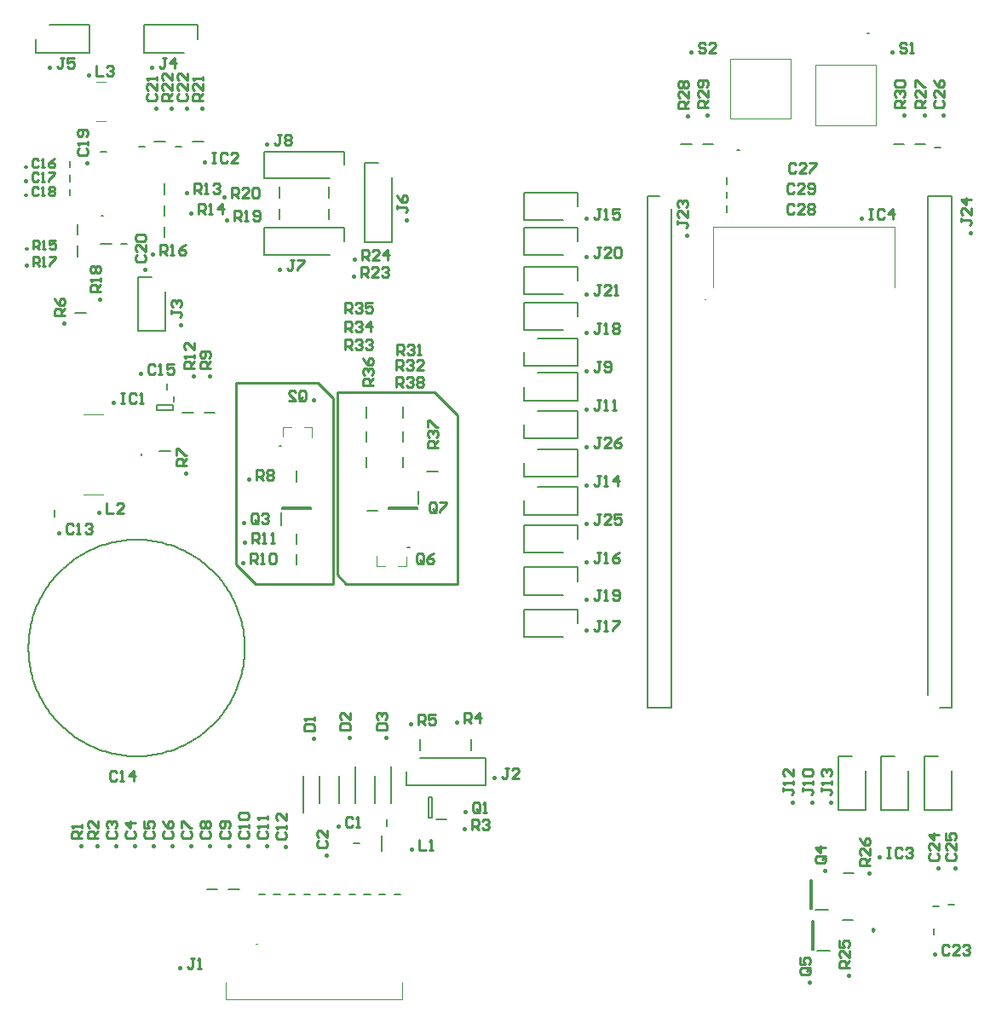
<source format=gto>
G04*
G04 #@! TF.GenerationSoftware,Altium Limited,Altium Designer,21.0.8 (223)*
G04*
G04 Layer_Color=65535*
%FSLAX25Y25*%
%MOIN*%
G70*
G04*
G04 #@! TF.SameCoordinates,39A8B939-FCF9-4CCB-A2C1-C80A2B419B22*
G04*
G04*
G04 #@! TF.FilePolarity,Positive*
G04*
G01*
G75*
%ADD10C,0.00787*%
%ADD11C,0.00394*%
%ADD12C,0.00984*%
%ADD13C,0.01000*%
D10*
X87823Y146343D02*
X87811Y147342D01*
X87776Y148341D01*
X87717Y149339D01*
X87634Y150335D01*
X87528Y151329D01*
X87398Y152321D01*
X87246Y153309D01*
X87069Y154293D01*
X86870Y155272D01*
X86648Y156247D01*
X86402Y157216D01*
X86134Y158179D01*
X85843Y159135D01*
X85530Y160085D01*
X85194Y161026D01*
X84836Y161960D01*
X84456Y162884D01*
X84055Y163800D01*
X83632Y164706D01*
X83187Y165601D01*
X82722Y166486D01*
X82236Y167359D01*
X81729Y168221D01*
X81202Y169071D01*
X80655Y169908D01*
X80089Y170731D01*
X79503Y171542D01*
X78899Y172338D01*
X78275Y173119D01*
X77634Y173886D01*
X76974Y174637D01*
X76297Y175373D01*
X75603Y176092D01*
X74892Y176795D01*
X74164Y177480D01*
X73421Y178149D01*
X72662Y178799D01*
X71888Y179432D01*
X71099Y180046D01*
X70296Y180641D01*
X69479Y181217D01*
X68648Y181774D01*
X67805Y182311D01*
X66949Y182827D01*
X66082Y183324D01*
X65202Y183800D01*
X64312Y184255D01*
X63412Y184688D01*
X62501Y185101D01*
X61581Y185491D01*
X60652Y185860D01*
X59714Y186207D01*
X58768Y186532D01*
X57816Y186834D01*
X56856Y187113D01*
X55890Y187370D01*
X54918Y187604D01*
X53940Y187815D01*
X52959Y188003D01*
X51973Y188168D01*
X50983Y188309D01*
X49990Y188426D01*
X48995Y188521D01*
X47998Y188592D01*
X46999Y188639D01*
X46000Y188662D01*
X45000D01*
X44001Y188639D01*
X43002Y188592D01*
X42005Y188521D01*
X41010Y188426D01*
X40017Y188309D01*
X39027Y188168D01*
X38041Y188003D01*
X37059Y187815D01*
X36082Y187604D01*
X35110Y187370D01*
X34144Y187113D01*
X33184Y186834D01*
X32232Y186532D01*
X31286Y186207D01*
X30348Y185860D01*
X29419Y185491D01*
X28499Y185101D01*
X27588Y184688D01*
X26688Y184255D01*
X25798Y183800D01*
X24918Y183324D01*
X24051Y182827D01*
X23195Y182311D01*
X22352Y181774D01*
X21521Y181217D01*
X20704Y180641D01*
X19901Y180046D01*
X19112Y179432D01*
X18338Y178799D01*
X17579Y178149D01*
X16836Y177480D01*
X16108Y176795D01*
X15397Y176092D01*
X14703Y175373D01*
X14026Y174637D01*
X13366Y173886D01*
X12725Y173119D01*
X12101Y172338D01*
X11497Y171542D01*
X10911Y170731D01*
X10345Y169908D01*
X9798Y169071D01*
X9271Y168221D01*
X8764Y167359D01*
X8278Y166486D01*
X7813Y165601D01*
X7368Y164706D01*
X6945Y163800D01*
X6544Y162884D01*
X6164Y161960D01*
X5806Y161026D01*
X5470Y160085D01*
X5157Y159135D01*
X4866Y158179D01*
X4598Y157216D01*
X4352Y156247D01*
X4130Y155272D01*
X3931Y154293D01*
X3754Y153309D01*
X3602Y152321D01*
X3472Y151330D01*
X3366Y150336D01*
X3283Y149339D01*
X3224Y148341D01*
X3189Y147342D01*
X3177Y146343D01*
X3189Y145343D01*
X3224Y144344D01*
X3283Y143346D01*
X3366Y142350D01*
X3472Y141356D01*
X3602Y140364D01*
X3754Y139376D01*
X3931Y138392D01*
X4130Y137413D01*
X4352Y136438D01*
X4598Y135469D01*
X4866Y134506D01*
X5157Y133550D01*
X5470Y132600D01*
X5806Y131659D01*
X6164Y130725D01*
X6544Y129801D01*
X6945Y128885D01*
X7368Y127980D01*
X7813Y127084D01*
X8278Y126199D01*
X8764Y125326D01*
X9271Y124464D01*
X9798Y123614D01*
X10345Y122777D01*
X10911Y121954D01*
X11497Y121143D01*
X12101Y120347D01*
X12724Y119566D01*
X13366Y118799D01*
X14026Y118048D01*
X14703Y117312D01*
X15397Y116593D01*
X16108Y115891D01*
X16835Y115205D01*
X17579Y114536D01*
X18338Y113886D01*
X19112Y113253D01*
X19901Y112639D01*
X20704Y112044D01*
X21521Y111468D01*
X22351Y110911D01*
X23195Y110374D01*
X24050Y109858D01*
X24918Y109361D01*
X25797Y108886D01*
X26687Y108431D01*
X27588Y107997D01*
X28499Y107585D01*
X29419Y107194D01*
X30348Y106825D01*
X31286Y106478D01*
X32231Y106153D01*
X33184Y105851D01*
X34144Y105572D01*
X35110Y105315D01*
X36082Y105081D01*
X37059Y104870D01*
X38041Y104682D01*
X39027Y104518D01*
X40017Y104376D01*
X41010Y104259D01*
X42005Y104164D01*
X43002Y104094D01*
X44001Y104046D01*
X45000Y104023D01*
X46000D01*
X46999Y104046D01*
X47998Y104094D01*
X48995Y104164D01*
X49990Y104259D01*
X50983Y104376D01*
X51972Y104517D01*
X52959Y104682D01*
X53940Y104870D01*
X54918Y105081D01*
X55889Y105315D01*
X56856Y105572D01*
X57815Y105851D01*
X58768Y106153D01*
X59714Y106478D01*
X60651Y106825D01*
X61581Y107194D01*
X62501Y107584D01*
X63411Y107997D01*
X64312Y108431D01*
X65202Y108885D01*
X66082Y109361D01*
X66949Y109858D01*
X67805Y110374D01*
X68648Y110911D01*
X69479Y111468D01*
X70296Y112044D01*
X71099Y112639D01*
X71888Y113253D01*
X72662Y113886D01*
X73421Y114536D01*
X74164Y115205D01*
X74892Y115890D01*
X75603Y116593D01*
X76297Y117312D01*
X76974Y118048D01*
X77634Y118799D01*
X78275Y119566D01*
X78899Y120347D01*
X79503Y121143D01*
X80089Y121954D01*
X80655Y122777D01*
X81202Y123614D01*
X81729Y124464D01*
X82236Y125326D01*
X82722Y126199D01*
X83187Y127084D01*
X83632Y127979D01*
X84055Y128885D01*
X84456Y129801D01*
X84836Y130725D01*
X85194Y131659D01*
X85530Y132600D01*
X85843Y133550D01*
X86134Y134506D01*
X86402Y135469D01*
X86648Y136438D01*
X86870Y137413D01*
X87069Y138393D01*
X87246Y139377D01*
X87398Y140365D01*
X87528Y141356D01*
X87634Y142350D01*
X87717Y143346D01*
X87776Y144344D01*
X87811Y145343D01*
X87823Y146343D01*
X152327Y185724D02*
X151539D01*
X152327D01*
X332055Y386516D02*
X331268D01*
X332055D01*
X280445Y340984D02*
X281232D01*
X280445D01*
X102201Y225276D02*
X101413D01*
X102201D01*
X47398Y222394D02*
Y221606D01*
Y222394D01*
X32457Y315421D02*
X31669D01*
X32457D01*
X276500Y316819D02*
Y319181D01*
Y322319D02*
Y324681D01*
X159173Y215500D02*
X163307D01*
X149740Y216933D02*
Y221067D01*
Y226933D02*
Y231067D01*
Y236433D02*
Y240567D01*
X155488Y200705D02*
Y201295D01*
X143992Y200705D02*
X155488D01*
X143992D02*
Y201295D01*
X155488D01*
X155665Y202673D02*
Y207594D01*
X135673Y200000D02*
X139807D01*
X135240Y216933D02*
Y221067D01*
Y226933D02*
Y231067D01*
Y236433D02*
Y240567D01*
X354898Y128000D02*
Y323000D01*
X364386D01*
Y123000D02*
Y323000D01*
X359642Y123000D02*
X364386D01*
X276500Y327819D02*
Y330181D01*
X145372Y304893D02*
Y330484D01*
X134782Y304893D02*
X145372D01*
X134782D02*
Y336074D01*
X140077D01*
X101357Y322433D02*
Y326567D01*
X95442Y329908D02*
X121032D01*
X95442D02*
Y340498D01*
X126623D01*
Y335203D02*
Y340498D01*
X95442Y300048D02*
X121032D01*
X95442D02*
Y310639D01*
X126623D01*
Y305343D02*
Y310639D01*
X101357Y313933D02*
Y318067D01*
X120708Y313933D02*
Y318067D01*
Y322433D02*
Y326567D01*
X81433Y52000D02*
X85567D01*
X72933D02*
X77067D01*
X130319Y70000D02*
X132681D01*
X141500Y66850D02*
Y73150D01*
X143500Y76819D02*
Y79181D01*
X162567Y79472D02*
X166701D01*
X161189Y80063D02*
Y87937D01*
X159811D02*
X161189D01*
X159811Y80063D02*
Y87937D01*
Y80063D02*
X161189D01*
X150909Y92594D02*
Y97890D01*
Y92594D02*
X182091D01*
Y103185D01*
X156500D02*
X182091D01*
X176500Y106433D02*
Y110567D01*
X156500Y106433D02*
Y110567D01*
X138850Y85705D02*
Y96295D01*
X145150Y85705D02*
Y100154D01*
X124850Y85705D02*
Y96295D01*
X131150Y85705D02*
Y100154D01*
X117150Y85705D02*
Y96295D01*
X110850Y81846D02*
Y96295D01*
X347543Y83008D02*
Y98500D01*
X336755Y83008D02*
X347543D01*
X336755D02*
Y103992D01*
X342149D01*
X330718Y83008D02*
Y98500D01*
X319931Y83008D02*
X330718D01*
X319931D02*
Y103992D01*
X325324D01*
X266933Y343500D02*
X271067D01*
X258433D02*
X262567D01*
X254744Y123000D02*
Y318000D01*
X245256Y123000D02*
X254744D01*
X245256D02*
Y323000D01*
X250000D01*
X197008Y150606D02*
X212500D01*
X197008D02*
Y161394D01*
X217992D01*
Y156000D02*
Y161394D01*
X197008Y167106D02*
X212500D01*
X197008D02*
Y177894D01*
X217992D01*
Y172500D02*
Y177894D01*
X197008Y183606D02*
X212500D01*
X197008D02*
Y194394D01*
X217992D01*
Y189000D02*
Y194394D01*
X202500Y209269D02*
X217992D01*
Y198481D02*
Y209269D01*
X197008Y198481D02*
X217992D01*
X197008D02*
Y203875D01*
X202500Y224144D02*
X217992D01*
Y213356D02*
Y224144D01*
X197008Y213356D02*
X217992D01*
X197008D02*
Y218750D01*
X202500Y239019D02*
X217992D01*
Y228231D02*
Y239019D01*
X197008Y228231D02*
X217992D01*
X197008D02*
Y233625D01*
X202500Y253894D02*
X217992D01*
Y243106D02*
Y253894D01*
X197008Y243106D02*
X217992D01*
X197008D02*
Y248500D01*
X202500Y267394D02*
X217992D01*
Y256606D02*
Y267394D01*
X197008Y256606D02*
X217992D01*
X197008D02*
Y262000D01*
Y270606D02*
X212500D01*
X197008D02*
Y281394D01*
X217992D01*
Y276000D02*
Y281394D01*
X197008Y313665D02*
X212500D01*
X197008D02*
Y324453D01*
X217992D01*
Y319059D02*
Y324453D01*
X108000Y178933D02*
Y183067D01*
Y186933D02*
Y191067D01*
X102252Y200705D02*
Y201295D01*
X113748D01*
Y200705D02*
Y201295D01*
X102252Y200705D02*
X113748D01*
X102075Y194405D02*
Y199327D01*
X108000Y211433D02*
Y215567D01*
X13500Y197819D02*
Y200181D01*
X54433Y223500D02*
X58567D01*
X71933Y238500D02*
X76067D01*
X63433D02*
X67567D01*
X59753Y239371D02*
Y241340D01*
X53454Y239371D02*
X59753D01*
X53454D02*
Y241340D01*
X59753D01*
X60147Y242718D02*
Y244588D01*
X57500Y247319D02*
Y249681D01*
X22500Y307933D02*
Y312067D01*
Y299433D02*
Y303567D01*
X21433Y277500D02*
X25567D01*
X31433Y304500D02*
X35567D01*
X39319D02*
X41681D01*
X56831Y270247D02*
Y285739D01*
X46043Y270247D02*
X56831D01*
X46043D02*
Y291231D01*
X51437D01*
X56500Y306933D02*
Y311067D01*
Y315358D02*
Y319492D01*
Y323783D02*
Y327917D01*
X19500Y334319D02*
Y336681D01*
Y328819D02*
Y331181D01*
Y323319D02*
Y325681D01*
X31319Y340500D02*
X33681D01*
X48508Y379106D02*
X64000D01*
X48508D02*
Y389894D01*
X69492D01*
Y384500D02*
Y389894D01*
X11500D02*
X26992D01*
Y379106D02*
Y389894D01*
X6008Y379106D02*
X26992D01*
X6008D02*
Y384500D01*
X60819Y342500D02*
X63181D01*
X67433Y344500D02*
X71567D01*
X46319Y342500D02*
X48681D01*
X52433Y344500D02*
X56567D01*
X357500Y34319D02*
Y36681D01*
X309705Y28252D02*
X310295D01*
X309705D02*
Y39748D01*
X310295D01*
Y28252D02*
Y39748D01*
X311673Y28075D02*
X316595D01*
X363039Y45945D02*
X365402D01*
X309205Y44252D02*
X309795D01*
X309205D02*
Y55748D01*
X309795D01*
Y44252D02*
Y55748D01*
X311173Y44075D02*
X316094D01*
X357039Y45445D02*
X359402D01*
X321933Y58500D02*
X326067D01*
X321733Y40144D02*
X325867D01*
X217992Y305425D02*
Y310819D01*
X197008D02*
X217992D01*
X197008Y300031D02*
Y310819D01*
Y300031D02*
X212500D01*
X217992Y289947D02*
Y295341D01*
X197008D02*
X217992D01*
X197008Y284554D02*
Y295341D01*
Y284554D02*
X212500D01*
X93319Y50000D02*
X95681D01*
X99208D02*
X101570D01*
X105097D02*
X107459D01*
X110986D02*
X113348D01*
X116874D02*
X119237D01*
X122763D02*
X125126D01*
X128652D02*
X131014D01*
X134541D02*
X136903D01*
X140430D02*
X142792D01*
X146319D02*
X148681D01*
X353580Y103992D02*
X358973D01*
X353580Y83008D02*
Y103992D01*
Y83008D02*
X364367D01*
Y98500D01*
X357819Y342000D02*
X360181D01*
X350075Y343500D02*
X354209D01*
X341575D02*
X345709D01*
D11*
X267811Y282764D02*
X268205D01*
X267811D01*
X92165Y30728D02*
X92559D01*
X92165D01*
X147760Y178441D02*
X150949Y178480D01*
X150909Y181945D02*
X150949Y178480D01*
X139532Y178441D02*
Y182260D01*
Y178441D02*
X142720D01*
X311189Y374311D02*
X334811D01*
X311189Y350689D02*
Y374311D01*
Y350689D02*
X334811D01*
Y374311D01*
X277689Y353189D02*
X301311D01*
Y376811D01*
X277689D02*
X301311D01*
X277689Y353189D02*
Y376811D01*
X342024Y287488D02*
Y311110D01*
X271158D02*
X342024D01*
X271158Y287488D02*
Y311110D01*
X111020Y232559D02*
X114209D01*
Y228740D02*
Y232559D01*
X102791Y232520D02*
X102831Y229055D01*
X102791Y232520D02*
X105980Y232559D01*
X24563Y206252D02*
X32437D01*
X24563Y237748D02*
X32437D01*
X29728Y367677D02*
X33272D01*
X29728Y352323D02*
X33272D01*
X149449Y9075D02*
Y15610D01*
X80551Y9075D02*
X149449D01*
X80551D02*
Y15610D01*
D12*
X334046Y36262D02*
X333307Y36688D01*
Y35836D01*
X334046Y36262D01*
D13*
X84500Y179000D02*
Y250000D01*
Y179000D02*
X92000Y171500D01*
X122500D01*
Y244000D01*
X116500Y250000D02*
X122500Y244000D01*
X84500Y250000D02*
X116500D01*
X124000Y175000D02*
Y246500D01*
Y175000D02*
X127500Y171500D01*
X171000D01*
Y237500D01*
X162000Y246500D02*
X171000Y237500D01*
X124000Y246500D02*
X162000D01*
X302834Y327333D02*
X302168Y327999D01*
X300835D01*
X300168Y327333D01*
Y324667D01*
X300835Y324001D01*
X302168D01*
X302834Y324667D01*
X306833Y324001D02*
X304167D01*
X306833Y326666D01*
Y327333D01*
X306166Y327999D01*
X304834D01*
X304167Y327333D01*
X308166Y324667D02*
X308832Y324001D01*
X310165D01*
X310832Y324667D01*
Y327333D01*
X310165Y327999D01*
X308832D01*
X308166Y327333D01*
Y326666D01*
X308832Y326000D01*
X310832D01*
X303334Y335333D02*
X302668Y335999D01*
X301335D01*
X300668Y335333D01*
Y332667D01*
X301335Y332001D01*
X302668D01*
X303334Y332667D01*
X307333Y332001D02*
X304667D01*
X307333Y334666D01*
Y335333D01*
X306666Y335999D01*
X305334D01*
X304667Y335333D01*
X308666Y335999D02*
X311332D01*
Y335333D01*
X308666Y332667D01*
Y332001D01*
X302834Y319333D02*
X302168Y319999D01*
X300835D01*
X300168Y319333D01*
Y316667D01*
X300835Y316001D01*
X302168D01*
X302834Y316667D01*
X306833Y316001D02*
X304167D01*
X306833Y318666D01*
Y319333D01*
X306166Y319999D01*
X304834D01*
X304167Y319333D01*
X308166D02*
X308832Y319999D01*
X310165D01*
X310832Y319333D01*
Y318666D01*
X310165Y318000D01*
X310832Y317334D01*
Y316667D01*
X310165Y316001D01*
X308832D01*
X308166Y316667D01*
Y317334D01*
X308832Y318000D01*
X308166Y318666D01*
Y319333D01*
X308832Y318000D02*
X310165D01*
X371999Y308502D02*
X371333D01*
Y309169D01*
X371999D01*
Y308502D01*
X368001Y314500D02*
Y313167D01*
Y313834D01*
X371333D01*
X371999Y313167D01*
Y312501D01*
X371333Y311835D01*
X371999Y318499D02*
Y315833D01*
X369334Y318499D01*
X368667D01*
X368001Y317833D01*
Y316500D01*
X368667Y315833D01*
X371999Y321831D02*
X368001D01*
X370000Y319832D01*
Y322498D01*
X147168Y248501D02*
Y252499D01*
X149168D01*
X149834Y251833D01*
Y250500D01*
X149168Y249834D01*
X147168D01*
X148501D02*
X149834Y248501D01*
X151167Y251833D02*
X151833Y252499D01*
X153166D01*
X153833Y251833D01*
Y251166D01*
X153166Y250500D01*
X152500D01*
X153166D01*
X153833Y249834D01*
Y249167D01*
X153166Y248501D01*
X151833D01*
X151167Y249167D01*
X155166Y251833D02*
X155832Y252499D01*
X157165D01*
X157832Y251833D01*
Y251166D01*
X157165Y250500D01*
X157832Y249834D01*
Y249167D01*
X157165Y248501D01*
X155832D01*
X155166Y249167D01*
Y249834D01*
X155832Y250500D01*
X155166Y251166D01*
Y251833D01*
X155832Y250500D02*
X157165D01*
X163499Y224668D02*
X159501D01*
Y226668D01*
X160167Y227334D01*
X161500D01*
X162166Y226668D01*
Y224668D01*
Y226001D02*
X163499Y227334D01*
X160167Y228667D02*
X159501Y229334D01*
Y230666D01*
X160167Y231333D01*
X160834D01*
X161500Y230666D01*
Y230000D01*
Y230666D01*
X162166Y231333D01*
X162833D01*
X163499Y230666D01*
Y229334D01*
X162833Y228667D01*
X159501Y232666D02*
Y235332D01*
X160167D01*
X162833Y232666D01*
X163499D01*
X137999Y249168D02*
X134001D01*
Y251168D01*
X134667Y251834D01*
X136000D01*
X136667Y251168D01*
Y249168D01*
Y250501D02*
X137999Y251834D01*
X134667Y253167D02*
X134001Y253834D01*
Y255166D01*
X134667Y255833D01*
X135334D01*
X136000Y255166D01*
Y254500D01*
Y255166D01*
X136667Y255833D01*
X137333D01*
X137999Y255166D01*
Y253834D01*
X137333Y253167D01*
X134001Y259832D02*
X134667Y258499D01*
X136000Y257166D01*
X137333D01*
X137999Y257832D01*
Y259165D01*
X137333Y259832D01*
X136667D01*
X136000Y259165D01*
Y257166D01*
X127168Y277501D02*
Y281499D01*
X129168D01*
X129834Y280833D01*
Y279500D01*
X129168Y278834D01*
X127168D01*
X128501D02*
X129834Y277501D01*
X131167Y280833D02*
X131834Y281499D01*
X133167D01*
X133833Y280833D01*
Y280166D01*
X133167Y279500D01*
X132500D01*
X133167D01*
X133833Y278834D01*
Y278167D01*
X133167Y277501D01*
X131834D01*
X131167Y278167D01*
X137832Y281499D02*
X135166D01*
Y279500D01*
X136499Y280166D01*
X137165D01*
X137832Y279500D01*
Y278167D01*
X137165Y277501D01*
X135832D01*
X135166Y278167D01*
X127168Y270001D02*
Y273999D01*
X129168D01*
X129834Y273333D01*
Y272000D01*
X129168Y271334D01*
X127168D01*
X128501D02*
X129834Y270001D01*
X131167Y273333D02*
X131834Y273999D01*
X133167D01*
X133833Y273333D01*
Y272666D01*
X133167Y272000D01*
X132500D01*
X133167D01*
X133833Y271334D01*
Y270667D01*
X133167Y270001D01*
X131834D01*
X131167Y270667D01*
X137165Y270001D02*
Y273999D01*
X135166Y272000D01*
X137832D01*
X127168Y263001D02*
Y266999D01*
X129168D01*
X129834Y266333D01*
Y265000D01*
X129168Y264334D01*
X127168D01*
X128501D02*
X129834Y263001D01*
X131167Y266333D02*
X131834Y266999D01*
X133167D01*
X133833Y266333D01*
Y265666D01*
X133167Y265000D01*
X132500D01*
X133167D01*
X133833Y264334D01*
Y263667D01*
X133167Y263001D01*
X131834D01*
X131167Y263667D01*
X135166Y266333D02*
X135832Y266999D01*
X137165D01*
X137832Y266333D01*
Y265666D01*
X137165Y265000D01*
X136499D01*
X137165D01*
X137832Y264334D01*
Y263667D01*
X137165Y263001D01*
X135832D01*
X135166Y263667D01*
X147168Y255001D02*
Y258999D01*
X149168D01*
X149834Y258333D01*
Y257000D01*
X149168Y256334D01*
X147168D01*
X148501D02*
X149834Y255001D01*
X151167Y258333D02*
X151833Y258999D01*
X153166D01*
X153833Y258333D01*
Y257666D01*
X153166Y257000D01*
X152500D01*
X153166D01*
X153833Y256334D01*
Y255667D01*
X153166Y255001D01*
X151833D01*
X151167Y255667D01*
X157832Y255001D02*
X155166D01*
X157832Y257666D01*
Y258333D01*
X157165Y258999D01*
X155832D01*
X155166Y258333D01*
X147335Y261001D02*
Y264999D01*
X149334D01*
X150001Y264333D01*
Y263000D01*
X149334Y262334D01*
X147335D01*
X148668D02*
X150001Y261001D01*
X151333Y264333D02*
X152000Y264999D01*
X153333D01*
X153999Y264333D01*
Y263666D01*
X153333Y263000D01*
X152666D01*
X153333D01*
X153999Y262334D01*
Y261667D01*
X153333Y261001D01*
X152000D01*
X151333Y261667D01*
X155332Y261001D02*
X156665D01*
X155999D01*
Y264999D01*
X155332Y264333D01*
X162833Y200167D02*
Y202833D01*
X162167Y203499D01*
X160834D01*
X160168Y202833D01*
Y200167D01*
X160834Y199501D01*
X162167D01*
X161501Y200834D02*
X162833Y199501D01*
X162167D02*
X162833Y200167D01*
X164166Y203499D02*
X166832D01*
Y202833D01*
X164166Y200167D01*
Y199501D01*
X157834Y180167D02*
Y182833D01*
X157167Y183499D01*
X155834D01*
X155168Y182833D01*
Y180167D01*
X155834Y179501D01*
X157167D01*
X156501Y180833D02*
X157834Y179501D01*
X157167D02*
X157834Y180167D01*
X161832Y183499D02*
X160499Y182833D01*
X159167Y181500D01*
Y180167D01*
X159833Y179501D01*
X161166D01*
X161832Y180167D01*
Y180833D01*
X161166Y181500D01*
X159167D01*
X37667Y97833D02*
X37001Y98499D01*
X35668D01*
X35002Y97833D01*
Y95167D01*
X35668Y94501D01*
X37001D01*
X37667Y95167D01*
X39000Y94501D02*
X40333D01*
X39667D01*
Y98499D01*
X39000Y97833D01*
X44332Y94501D02*
Y98499D01*
X42333Y96500D01*
X44998D01*
X101002Y294001D02*
Y294667D01*
X101668D01*
Y294001D01*
X101002D01*
X107000Y297999D02*
X105667D01*
X106333D01*
Y294667D01*
X105667Y294001D01*
X105000D01*
X104334Y294667D01*
X108333Y297999D02*
X110998D01*
Y297333D01*
X108333Y294667D01*
Y294001D01*
X96002Y343001D02*
Y343667D01*
X96668D01*
Y343001D01*
X96002D01*
X102000Y346999D02*
X100667D01*
X101333D01*
Y343667D01*
X100667Y343001D01*
X100000D01*
X99334Y343667D01*
X103333Y346333D02*
X103999Y346999D01*
X105332D01*
X105998Y346333D01*
Y345666D01*
X105332Y345000D01*
X105998Y344334D01*
Y343667D01*
X105332Y343001D01*
X103999D01*
X103333Y343667D01*
Y344334D01*
X103999Y345000D01*
X103333Y345666D01*
Y346333D01*
X103999Y345000D02*
X105332D01*
X221002Y224547D02*
Y225213D01*
X221668D01*
Y224547D01*
X221002D01*
X227000Y228545D02*
X225667D01*
X226333D01*
Y225213D01*
X225667Y224547D01*
X225000D01*
X224334Y225213D01*
X230998Y224547D02*
X228333D01*
X230998Y227213D01*
Y227879D01*
X230332Y228545D01*
X228999D01*
X228333Y227879D01*
X234997Y228545D02*
X233664Y227879D01*
X232331Y226546D01*
Y225213D01*
X232998Y224547D01*
X234331D01*
X234997Y225213D01*
Y225880D01*
X234331Y226546D01*
X232331D01*
X221002Y194729D02*
Y195395D01*
X221668D01*
Y194729D01*
X221002D01*
X227000Y198727D02*
X225667D01*
X226333D01*
Y195395D01*
X225667Y194729D01*
X225000D01*
X224334Y195395D01*
X230998Y194729D02*
X228333D01*
X230998Y197394D01*
Y198061D01*
X230332Y198727D01*
X228999D01*
X228333Y198061D01*
X234997Y198727D02*
X232331D01*
Y196728D01*
X233664Y197394D01*
X234331D01*
X234997Y196728D01*
Y195395D01*
X234331Y194729D01*
X232998D01*
X232331Y195395D01*
X130502Y298001D02*
Y298667D01*
X131169D01*
Y298001D01*
X130502D01*
X133835D02*
Y301999D01*
X135834D01*
X136500Y301333D01*
Y300000D01*
X135834Y299334D01*
X133835D01*
X135167D02*
X136500Y298001D01*
X140499D02*
X137833D01*
X140499Y300666D01*
Y301333D01*
X139833Y301999D01*
X138500D01*
X137833Y301333D01*
X143831Y298001D02*
Y301999D01*
X141832Y300000D01*
X144498D01*
X130002Y291501D02*
Y292167D01*
X130669D01*
Y291501D01*
X130002D01*
X133335D02*
Y295499D01*
X135334D01*
X136000Y294833D01*
Y293500D01*
X135334Y292834D01*
X133335D01*
X134667D02*
X136000Y291501D01*
X139999D02*
X137333D01*
X139999Y294166D01*
Y294833D01*
X139333Y295499D01*
X138000D01*
X137333Y294833D01*
X141332D02*
X141998Y295499D01*
X143331D01*
X143998Y294833D01*
Y294166D01*
X143331Y293500D01*
X142665D01*
X143331D01*
X143998Y292834D01*
Y292167D01*
X143331Y291501D01*
X141998D01*
X141332Y292167D01*
X79502Y322501D02*
Y323167D01*
X80169D01*
Y322501D01*
X79502D01*
X82835D02*
Y326499D01*
X84834D01*
X85500Y325833D01*
Y324500D01*
X84834Y323834D01*
X82835D01*
X84167D02*
X85500Y322501D01*
X89499D02*
X86833D01*
X89499Y325166D01*
Y325833D01*
X88833Y326499D01*
X87500D01*
X86833Y325833D01*
X90832D02*
X91498Y326499D01*
X92831D01*
X93498Y325833D01*
Y323167D01*
X92831Y322501D01*
X91498D01*
X90832Y323167D01*
Y325833D01*
X80335Y313501D02*
Y314167D01*
X81002D01*
Y313501D01*
X80335D01*
X83668D02*
Y317499D01*
X85667D01*
X86334Y316833D01*
Y315500D01*
X85667Y314834D01*
X83668D01*
X85001D02*
X86334Y313501D01*
X87666D02*
X88999D01*
X88333D01*
Y317499D01*
X87666Y316833D01*
X90999Y314167D02*
X91665Y313501D01*
X92998D01*
X93664Y314167D01*
Y316833D01*
X92998Y317499D01*
X91665D01*
X90999Y316833D01*
Y316166D01*
X91665Y315500D01*
X93664D01*
X31499Y282335D02*
X30833D01*
Y283002D01*
X31499D01*
Y282335D01*
Y285668D02*
X27501D01*
Y287667D01*
X28167Y288334D01*
X29500D01*
X30166Y287667D01*
Y285668D01*
Y287001D02*
X31499Y288334D01*
Y289667D02*
Y290999D01*
Y290333D01*
X27501D01*
X28167Y289667D01*
Y292999D02*
X27501Y293665D01*
Y294998D01*
X28167Y295665D01*
X28834D01*
X29500Y294998D01*
X30166Y295665D01*
X30833D01*
X31499Y294998D01*
Y293665D01*
X30833Y292999D01*
X30166D01*
X29500Y293665D01*
X28834Y292999D01*
X28167D01*
X29500Y293665D02*
Y294998D01*
X2169Y295751D02*
Y296334D01*
X2752D01*
Y295751D01*
X2169D01*
X5084D02*
Y299249D01*
X6834D01*
X7417Y298666D01*
Y297500D01*
X6834Y296917D01*
X5084D01*
X6251D02*
X7417Y295751D01*
X8583D02*
X9749D01*
X9166D01*
Y299249D01*
X8583Y298666D01*
X11499Y299249D02*
X13832D01*
Y298666D01*
X11499Y296334D01*
Y295751D01*
X2169Y302251D02*
Y302834D01*
X2752D01*
Y302251D01*
X2169D01*
X5084D02*
Y305749D01*
X6834D01*
X7417Y305166D01*
Y304000D01*
X6834Y303417D01*
X5084D01*
X6251D02*
X7417Y302251D01*
X8583D02*
X9749D01*
X9166D01*
Y305749D01*
X8583Y305166D01*
X13832Y305749D02*
X11499D01*
Y304000D01*
X12665Y304583D01*
X13248D01*
X13832Y304000D01*
Y302834D01*
X13248Y302251D01*
X12082D01*
X11499Y302834D01*
X152502Y116501D02*
Y117167D01*
X153168D01*
Y116501D01*
X152502D01*
X155834D02*
Y120499D01*
X157833D01*
X158500Y119833D01*
Y118500D01*
X157833Y117833D01*
X155834D01*
X157167D02*
X158500Y116501D01*
X162498Y120499D02*
X159833D01*
Y118500D01*
X161165Y119167D01*
X161832D01*
X162498Y118500D01*
Y117167D01*
X161832Y116501D01*
X160499D01*
X159833Y117167D01*
X170502Y117001D02*
Y117667D01*
X171168D01*
Y117001D01*
X170502D01*
X173834D02*
Y120999D01*
X175833D01*
X176500Y120333D01*
Y119000D01*
X175833Y118333D01*
X173834D01*
X175167D02*
X176500Y117001D01*
X179832D02*
Y120999D01*
X177833Y119000D01*
X180498D01*
X30364Y68669D02*
X29697D01*
Y69336D01*
X30364D01*
Y68669D01*
Y72002D02*
X26365D01*
Y74001D01*
X27031Y74667D01*
X28364D01*
X29031Y74001D01*
Y72002D01*
Y73334D02*
X30364Y74667D01*
Y78666D02*
Y76000D01*
X27698Y78666D01*
X27031D01*
X26365Y78000D01*
Y76667D01*
X27031Y76000D01*
X23999Y68668D02*
X23333D01*
Y69335D01*
X23999D01*
Y68668D01*
Y72000D02*
X20001D01*
Y74000D01*
X20667Y74666D01*
X22000D01*
X22667Y74000D01*
Y72000D01*
Y73333D02*
X23999Y74666D01*
Y75999D02*
Y77332D01*
Y76666D01*
X20001D01*
X20667Y75999D01*
X51002Y373001D02*
Y373667D01*
X51668D01*
Y373001D01*
X51002D01*
X57000Y376999D02*
X55667D01*
X56333D01*
Y373667D01*
X55667Y373001D01*
X55000D01*
X54334Y373667D01*
X60332Y373001D02*
Y376999D01*
X58333Y375000D01*
X60998D01*
X62999Y272502D02*
X62333D01*
Y273168D01*
X62999D01*
Y272502D01*
X59001Y278500D02*
Y277167D01*
Y277833D01*
X62333D01*
X62999Y277167D01*
Y276500D01*
X62333Y275834D01*
X59667Y279833D02*
X59001Y280499D01*
Y281832D01*
X59667Y282498D01*
X60334D01*
X61000Y281832D01*
Y281166D01*
Y281832D01*
X61666Y282498D01*
X62333D01*
X62999Y281832D01*
Y280499D01*
X62333Y279833D01*
X309999Y85835D02*
X309333D01*
Y86502D01*
X309999D01*
Y85835D01*
X306001Y91834D02*
Y90501D01*
Y91167D01*
X309333D01*
X309999Y90501D01*
Y89834D01*
X309333Y89168D01*
X309999Y93167D02*
Y94499D01*
Y93833D01*
X306001D01*
X306667Y93167D01*
Y96499D02*
X306001Y97165D01*
Y98498D01*
X306667Y99164D01*
X309333D01*
X309999Y98498D01*
Y97165D01*
X309333Y96499D01*
X306667D01*
X11002Y373001D02*
Y373667D01*
X11668D01*
Y373001D01*
X11002D01*
X17000Y376999D02*
X15667D01*
X16333D01*
Y373667D01*
X15667Y373001D01*
X15000D01*
X14334Y373667D01*
X20998Y376999D02*
X18333D01*
Y375000D01*
X19666Y375666D01*
X20332D01*
X20998Y375000D01*
Y373667D01*
X20332Y373001D01*
X18999D01*
X18333Y373667D01*
X221002Y284183D02*
Y284850D01*
X221668D01*
Y284183D01*
X221002D01*
X227000Y288182D02*
X225667D01*
X226333D01*
Y284850D01*
X225667Y284183D01*
X225000D01*
X224334Y284850D01*
X230998Y284183D02*
X228333D01*
X230998Y286849D01*
Y287515D01*
X230332Y288182D01*
X228999D01*
X228333Y287515D01*
X232331Y284183D02*
X233664D01*
X232998D01*
Y288182D01*
X232331Y287515D01*
X221002Y299092D02*
Y299759D01*
X221668D01*
Y299092D01*
X221002D01*
X227000Y303091D02*
X225667D01*
X226333D01*
Y299759D01*
X225667Y299092D01*
X225000D01*
X224334Y299759D01*
X230998Y299092D02*
X228333D01*
X230998Y301758D01*
Y302425D01*
X230332Y303091D01*
X228999D01*
X228333Y302425D01*
X232331D02*
X232998Y303091D01*
X234331D01*
X234997Y302425D01*
Y299759D01*
X234331Y299092D01*
X232998D01*
X232331Y299759D01*
Y302425D01*
X221002Y164910D02*
Y165577D01*
X221668D01*
Y164910D01*
X221002D01*
X227000Y168909D02*
X225667D01*
X226333D01*
Y165577D01*
X225667Y164910D01*
X225000D01*
X224334Y165577D01*
X228333Y164910D02*
X229665D01*
X228999D01*
Y168909D01*
X228333Y168243D01*
X231665Y165577D02*
X232331Y164910D01*
X233664D01*
X234331Y165577D01*
Y168243D01*
X233664Y168909D01*
X232331D01*
X231665Y168243D01*
Y167576D01*
X232331Y166910D01*
X234331D01*
X221002Y269274D02*
Y269940D01*
X221668D01*
Y269274D01*
X221002D01*
X227000Y273273D02*
X225667D01*
X226333D01*
Y269940D01*
X225667Y269274D01*
X225000D01*
X224334Y269940D01*
X228333Y269274D02*
X229665D01*
X228999D01*
Y273273D01*
X228333Y272606D01*
X231665D02*
X232331Y273273D01*
X233664D01*
X234331Y272606D01*
Y271940D01*
X233664Y271273D01*
X234331Y270607D01*
Y269940D01*
X233664Y269274D01*
X232331D01*
X231665Y269940D01*
Y270607D01*
X232331Y271273D01*
X231665Y271940D01*
Y272606D01*
X232331Y271273D02*
X233664D01*
X221002Y153001D02*
Y153667D01*
X221668D01*
Y153001D01*
X221002D01*
X227000Y156999D02*
X225667D01*
X226333D01*
Y153667D01*
X225667Y153001D01*
X225000D01*
X224334Y153667D01*
X228333Y153001D02*
X229665D01*
X228999D01*
Y156999D01*
X228333Y156333D01*
X231665Y156999D02*
X234331D01*
Y156333D01*
X231665Y153667D01*
Y153001D01*
X221002Y179820D02*
Y180486D01*
X221668D01*
Y179820D01*
X221002D01*
X227000Y183818D02*
X225667D01*
X226333D01*
Y180486D01*
X225667Y179820D01*
X225000D01*
X224334Y180486D01*
X228333Y179820D02*
X229665D01*
X228999D01*
Y183818D01*
X228333Y183152D01*
X234331Y183818D02*
X232998Y183152D01*
X231665Y181819D01*
Y180486D01*
X232331Y179820D01*
X233664D01*
X234331Y180486D01*
Y181152D01*
X233664Y181819D01*
X231665D01*
X221002Y314001D02*
Y314668D01*
X221668D01*
Y314001D01*
X221002D01*
X227000Y318000D02*
X225667D01*
X226333D01*
Y314668D01*
X225667Y314001D01*
X225000D01*
X224334Y314668D01*
X228333Y314001D02*
X229665D01*
X228999D01*
Y318000D01*
X228333Y317334D01*
X234331Y318000D02*
X231665D01*
Y316001D01*
X232998Y316667D01*
X233664D01*
X234331Y316001D01*
Y314668D01*
X233664Y314001D01*
X232331D01*
X231665Y314668D01*
X221002Y209638D02*
Y210304D01*
X221668D01*
Y209638D01*
X221002D01*
X227000Y213636D02*
X225667D01*
X226333D01*
Y210304D01*
X225667Y209638D01*
X225000D01*
X224334Y210304D01*
X228333Y209638D02*
X229665D01*
X228999D01*
Y213636D01*
X228333Y212970D01*
X233664Y209638D02*
Y213636D01*
X231665Y211637D01*
X234331D01*
X317499Y85835D02*
X316833D01*
Y86502D01*
X317499D01*
Y85835D01*
X313501Y91834D02*
Y90501D01*
Y91167D01*
X316833D01*
X317499Y90501D01*
Y89834D01*
X316833Y89168D01*
X317499Y93167D02*
Y94499D01*
Y93833D01*
X313501D01*
X314167Y93167D01*
Y96499D02*
X313501Y97165D01*
Y98498D01*
X314167Y99164D01*
X314834D01*
X315500Y98498D01*
Y97832D01*
Y98498D01*
X316166Y99164D01*
X316833D01*
X317499Y98498D01*
Y97165D01*
X316833Y96499D01*
X302499Y85835D02*
X301833D01*
Y86502D01*
X302499D01*
Y85835D01*
X298501Y91834D02*
Y90501D01*
Y91167D01*
X301833D01*
X302499Y90501D01*
Y89834D01*
X301833Y89168D01*
X302499Y93167D02*
Y94499D01*
Y93833D01*
X298501D01*
X299167Y93167D01*
X302499Y99164D02*
Y96499D01*
X299834Y99164D01*
X299167D01*
X298501Y98498D01*
Y97165D01*
X299167Y96499D01*
X221002Y239456D02*
Y240122D01*
X221668D01*
Y239456D01*
X221002D01*
X227000Y243455D02*
X225667D01*
X226333D01*
Y240122D01*
X225667Y239456D01*
X225000D01*
X224334Y240122D01*
X228333Y239456D02*
X229665D01*
X228999D01*
Y243455D01*
X228333Y242788D01*
X231665Y239456D02*
X232998D01*
X232331D01*
Y243455D01*
X231665Y242788D01*
X221002Y254365D02*
Y255031D01*
X221668D01*
Y254365D01*
X221002D01*
X227000Y258364D02*
X225667D01*
X226333D01*
Y255031D01*
X225667Y254365D01*
X225000D01*
X224334Y255031D01*
X228333D02*
X228999Y254365D01*
X230332D01*
X230998Y255031D01*
Y257697D01*
X230332Y258364D01*
X228999D01*
X228333Y257697D01*
Y257031D01*
X228999Y256364D01*
X230998D01*
X30502Y199001D02*
Y199667D01*
X31168D01*
Y199001D01*
X30502D01*
X33834Y202999D02*
Y199001D01*
X36500D01*
X40498D02*
X37833D01*
X40498Y201666D01*
Y202333D01*
X39832Y202999D01*
X38499D01*
X37833Y202333D01*
X67999Y252336D02*
X67333D01*
Y253002D01*
X67999D01*
Y252336D01*
Y255668D02*
X64001D01*
Y257667D01*
X64667Y258334D01*
X66000D01*
X66666Y257667D01*
Y255668D01*
Y257001D02*
X67999Y258334D01*
Y259666D02*
Y260999D01*
Y260333D01*
X64001D01*
X64667Y259666D01*
X67999Y265665D02*
Y262999D01*
X65334Y265665D01*
X64667D01*
X64001Y264998D01*
Y263665D01*
X64667Y262999D01*
X87502Y187501D02*
Y188167D01*
X88168D01*
Y187501D01*
X87502D01*
X90834D02*
Y191499D01*
X92834D01*
X93500Y190833D01*
Y189500D01*
X92834Y188833D01*
X90834D01*
X92167D02*
X93500Y187501D01*
X94833D02*
X96166D01*
X95499D01*
Y191499D01*
X94833Y190833D01*
X98165Y187501D02*
X99498D01*
X98832D01*
Y191499D01*
X98165Y190833D01*
X74499Y252502D02*
X73833D01*
Y253168D01*
X74499D01*
Y252502D01*
Y255834D02*
X70501D01*
Y257833D01*
X71167Y258500D01*
X72500D01*
X73166Y257833D01*
Y255834D01*
Y257167D02*
X74499Y258500D01*
X73833Y259833D02*
X74499Y260499D01*
Y261832D01*
X73833Y262498D01*
X71167D01*
X70501Y261832D01*
Y260499D01*
X71167Y259833D01*
X71834D01*
X72500Y260499D01*
Y262498D01*
X89002Y212001D02*
Y212667D01*
X89668D01*
Y212001D01*
X89002D01*
X92334D02*
Y215999D01*
X94333D01*
X95000Y215333D01*
Y214000D01*
X94333Y213334D01*
X92334D01*
X93667D02*
X95000Y212001D01*
X96333Y215333D02*
X96999Y215999D01*
X98332D01*
X98998Y215333D01*
Y214666D01*
X98332Y214000D01*
X98998Y213334D01*
Y212667D01*
X98332Y212001D01*
X96999D01*
X96333Y212667D01*
Y213334D01*
X96999Y214000D01*
X96333Y214666D01*
Y215333D01*
X96999Y214000D02*
X98332D01*
X64999Y214502D02*
X64333D01*
Y215168D01*
X64999D01*
Y214502D01*
Y217834D02*
X61001D01*
Y219833D01*
X61667Y220500D01*
X63000D01*
X63666Y219833D01*
Y217834D01*
Y219167D02*
X64999Y220500D01*
X61001Y221833D02*
Y224498D01*
X61667D01*
X64333Y221833D01*
X64999D01*
X87002Y195001D02*
Y195667D01*
X87668D01*
Y195001D01*
X87002D01*
X93000Y195667D02*
Y198333D01*
X92333Y198999D01*
X91000D01*
X90334Y198333D01*
Y195667D01*
X91000Y195001D01*
X92333D01*
X91667Y196334D02*
X93000Y195001D01*
X92333D02*
X93000Y195667D01*
X94333Y198333D02*
X94999Y198999D01*
X96332D01*
X96998Y198333D01*
Y197667D01*
X96332Y197000D01*
X95666D01*
X96332D01*
X96998Y196334D01*
Y195667D01*
X96332Y195001D01*
X94999D01*
X94333Y195667D01*
X114998Y243001D02*
Y243667D01*
X114332D01*
Y243001D01*
X114998D01*
X109000Y243667D02*
Y246333D01*
X109667Y246999D01*
X111000D01*
X111666Y246333D01*
Y243667D01*
X111000Y243001D01*
X109667D01*
X110333Y244334D02*
X109000Y243001D01*
X109667D02*
X109000Y243667D01*
X105002Y243001D02*
X107667D01*
X105002Y245666D01*
Y246333D01*
X105668Y246999D01*
X107001D01*
X107667Y246333D01*
X36002Y242001D02*
Y242667D01*
X36668D01*
Y242001D01*
X36002D01*
X39334Y245999D02*
X40667D01*
X40001D01*
Y242001D01*
X39334D01*
X40667D01*
X45332Y245333D02*
X44666Y245999D01*
X43333D01*
X42667Y245333D01*
Y242667D01*
X43333Y242001D01*
X44666D01*
X45332Y242667D01*
X46665Y242001D02*
X47998D01*
X47332D01*
Y245999D01*
X46665Y245333D01*
X46836Y253501D02*
Y254167D01*
X47502D01*
Y253501D01*
X46836D01*
X52834Y256833D02*
X52167Y257499D01*
X50834D01*
X50168Y256833D01*
Y254167D01*
X50834Y253501D01*
X52167D01*
X52834Y254167D01*
X54167Y253501D02*
X55499D01*
X54833D01*
Y257499D01*
X54167Y256833D01*
X60164Y257499D02*
X57499D01*
Y255500D01*
X58832Y256166D01*
X59498D01*
X60164Y255500D01*
Y254167D01*
X59498Y253501D01*
X58165D01*
X57499Y254167D01*
X14836Y191001D02*
Y191667D01*
X15502D01*
Y191001D01*
X14836D01*
X20833Y194333D02*
X20167Y194999D01*
X18834D01*
X18168Y194333D01*
Y191667D01*
X18834Y191001D01*
X20167D01*
X20833Y191667D01*
X22166Y191001D02*
X23499D01*
X22833D01*
Y194999D01*
X22166Y194333D01*
X25499D02*
X26165Y194999D01*
X27498D01*
X28164Y194333D01*
Y193667D01*
X27498Y193000D01*
X26832D01*
X27498D01*
X28164Y192333D01*
Y191667D01*
X27498Y191001D01*
X26165D01*
X25499Y191667D01*
X345999Y354502D02*
X345333D01*
Y355169D01*
X345999D01*
Y354502D01*
Y357835D02*
X342001D01*
Y359834D01*
X342667Y360500D01*
X344000D01*
X344666Y359834D01*
Y357835D01*
Y359167D02*
X345999Y360500D01*
X342667Y361833D02*
X342001Y362500D01*
Y363833D01*
X342667Y364499D01*
X343334D01*
X344000Y363833D01*
Y363166D01*
Y363833D01*
X344666Y364499D01*
X345333D01*
X345999Y363833D01*
Y362500D01*
X345333Y361833D01*
X342667Y365832D02*
X342001Y366498D01*
Y367831D01*
X342667Y368498D01*
X345333D01*
X345999Y367831D01*
Y366498D01*
X345333Y365832D01*
X342667D01*
X268999Y354502D02*
X268333D01*
Y355169D01*
X268999D01*
Y354502D01*
Y357835D02*
X265001D01*
Y359834D01*
X265667Y360500D01*
X267000D01*
X267666Y359834D01*
Y357835D01*
Y359167D02*
X268999Y360500D01*
Y364499D02*
Y361833D01*
X266334Y364499D01*
X265667D01*
X265001Y363833D01*
Y362500D01*
X265667Y361833D01*
X268333Y365832D02*
X268999Y366498D01*
Y367831D01*
X268333Y368498D01*
X265667D01*
X265001Y367831D01*
Y366498D01*
X265667Y365832D01*
X266334D01*
X267000Y366498D01*
Y368498D01*
X261499Y354002D02*
X260833D01*
Y354669D01*
X261499D01*
Y354002D01*
Y357334D02*
X257501D01*
Y359334D01*
X258167Y360000D01*
X259500D01*
X260166Y359334D01*
Y357334D01*
Y358667D02*
X261499Y360000D01*
Y363999D02*
Y361333D01*
X258834Y363999D01*
X258167D01*
X257501Y363333D01*
Y362000D01*
X258167Y361333D01*
Y365332D02*
X257501Y365998D01*
Y367331D01*
X258167Y367998D01*
X258834D01*
X259500Y367331D01*
X260166Y367998D01*
X260833D01*
X261499Y367331D01*
Y365998D01*
X260833Y365332D01*
X260166D01*
X259500Y365998D01*
X258834Y365332D01*
X258167D01*
X259500Y365998D02*
Y367331D01*
X353999Y354502D02*
X353333D01*
Y355169D01*
X353999D01*
Y354502D01*
Y357835D02*
X350001D01*
Y359834D01*
X350667Y360500D01*
X352000D01*
X352666Y359834D01*
Y357835D01*
Y359167D02*
X353999Y360500D01*
Y364499D02*
Y361833D01*
X351334Y364499D01*
X350667D01*
X350001Y363833D01*
Y362500D01*
X350667Y361833D01*
X350001Y365832D02*
Y368498D01*
X350667D01*
X353333Y365832D01*
X353999D01*
X332499Y58002D02*
X331833D01*
Y58669D01*
X332499D01*
Y58002D01*
Y61335D02*
X328501D01*
Y63334D01*
X329167Y64000D01*
X330500D01*
X331166Y63334D01*
Y61335D01*
Y62667D02*
X332499Y64000D01*
Y67999D02*
Y65333D01*
X329834Y67999D01*
X329167D01*
X328501Y67333D01*
Y66000D01*
X329167Y65333D01*
X328501Y71998D02*
X329167Y70665D01*
X330500Y69332D01*
X331833D01*
X332499Y69998D01*
Y71331D01*
X331833Y71998D01*
X331166D01*
X330500Y71331D01*
Y69332D01*
X324499Y18002D02*
X323833D01*
Y18669D01*
X324499D01*
Y18002D01*
Y21335D02*
X320501D01*
Y23334D01*
X321167Y24000D01*
X322500D01*
X323166Y23334D01*
Y21335D01*
Y22667D02*
X324499Y24000D01*
Y27999D02*
Y25333D01*
X321834Y27999D01*
X321167D01*
X320501Y27333D01*
Y26000D01*
X321167Y25333D01*
X320501Y31998D02*
Y29332D01*
X322500D01*
X321834Y30665D01*
Y31331D01*
X322500Y31998D01*
X323833D01*
X324499Y31331D01*
Y29998D01*
X323833Y29332D01*
X59499Y357002D02*
X58833D01*
Y357669D01*
X59499D01*
Y357002D01*
Y360334D02*
X55501D01*
Y362334D01*
X56167Y363000D01*
X57500D01*
X58166Y362334D01*
Y360334D01*
Y361667D02*
X59499Y363000D01*
Y366999D02*
Y364333D01*
X56833Y366999D01*
X56167D01*
X55501Y366333D01*
Y365000D01*
X56167Y364333D01*
X59499Y370998D02*
Y368332D01*
X56833Y370998D01*
X56167D01*
X55501Y370331D01*
Y368998D01*
X56167Y368332D01*
X71499Y357002D02*
X70833D01*
Y357669D01*
X71499D01*
Y357002D01*
Y360334D02*
X67501D01*
Y362334D01*
X68167Y363000D01*
X69500D01*
X70166Y362334D01*
Y360334D01*
Y361667D02*
X71499Y363000D01*
Y366999D02*
Y364333D01*
X68834Y366999D01*
X68167D01*
X67501Y366333D01*
Y365000D01*
X68167Y364333D01*
X71499Y368332D02*
Y369665D01*
Y368998D01*
X67501D01*
X68167Y368332D01*
X65499Y357002D02*
X64833D01*
Y357669D01*
X65499D01*
Y357002D01*
X62167Y363000D02*
X61501Y362334D01*
Y361001D01*
X62167Y360334D01*
X64833D01*
X65499Y361001D01*
Y362334D01*
X64833Y363000D01*
X65499Y366999D02*
Y364333D01*
X62834Y366999D01*
X62167D01*
X61501Y366333D01*
Y365000D01*
X62167Y364333D01*
X65499Y370998D02*
Y368332D01*
X62834Y370998D01*
X62167D01*
X61501Y370331D01*
Y368998D01*
X62167Y368332D01*
X53499Y357169D02*
X52833D01*
Y357835D01*
X53499D01*
Y357169D01*
X50167Y363167D02*
X49501Y362500D01*
Y361167D01*
X50167Y360501D01*
X52833D01*
X53499Y361167D01*
Y362500D01*
X52833Y363167D01*
X53499Y367165D02*
Y364500D01*
X50834Y367165D01*
X50167D01*
X49501Y366499D01*
Y365166D01*
X50167Y364500D01*
X53499Y368498D02*
Y369831D01*
Y369165D01*
X49501D01*
X50167Y368498D01*
X262002Y379001D02*
Y379667D01*
X262668D01*
Y379001D01*
X262002D01*
X268000Y382333D02*
X267333Y382999D01*
X266000D01*
X265334Y382333D01*
Y381666D01*
X266000Y381000D01*
X267333D01*
X268000Y380334D01*
Y379667D01*
X267333Y379001D01*
X266000D01*
X265334Y379667D01*
X271998Y379001D02*
X269333D01*
X271998Y381666D01*
Y382333D01*
X271332Y382999D01*
X269999D01*
X269333Y382333D01*
X340668Y379001D02*
Y379667D01*
X341335D01*
Y379001D01*
X340668D01*
X346666Y382333D02*
X346000Y382999D01*
X344667D01*
X344000Y382333D01*
Y381666D01*
X344667Y381000D01*
X346000D01*
X346666Y380334D01*
Y379667D01*
X346000Y379001D01*
X344667D01*
X344000Y379667D01*
X347999Y379001D02*
X349332D01*
X348665D01*
Y382999D01*
X347999Y382333D01*
X51336Y300001D02*
Y300667D01*
X52002D01*
Y300001D01*
X51336D01*
X54668D02*
Y303999D01*
X56667D01*
X57334Y303333D01*
Y302000D01*
X56667Y301334D01*
X54668D01*
X56001D02*
X57334Y300001D01*
X58666D02*
X59999D01*
X59333D01*
Y303999D01*
X58666Y303333D01*
X64665Y303999D02*
X63332Y303333D01*
X61999Y302000D01*
Y300667D01*
X62665Y300001D01*
X63998D01*
X64665Y300667D01*
Y301334D01*
X63998Y302000D01*
X61999D01*
X66335Y316001D02*
Y316667D01*
X67002D01*
Y316001D01*
X66335D01*
X69668D02*
Y319999D01*
X71667D01*
X72334Y319333D01*
Y318000D01*
X71667Y317334D01*
X69668D01*
X71001D02*
X72334Y316001D01*
X73667D02*
X74999D01*
X74333D01*
Y319999D01*
X73667Y319333D01*
X78998Y316001D02*
Y319999D01*
X76999Y318000D01*
X79664D01*
X64836Y324001D02*
Y324667D01*
X65502D01*
Y324001D01*
X64836D01*
X68168D02*
Y327999D01*
X70167D01*
X70834Y327333D01*
Y326000D01*
X70167Y325334D01*
X68168D01*
X69501D02*
X70834Y324001D01*
X72167D02*
X73499D01*
X72833D01*
Y327999D01*
X72167Y327333D01*
X75499D02*
X76165Y327999D01*
X77498D01*
X78164Y327333D01*
Y326666D01*
X77498Y326000D01*
X76832D01*
X77498D01*
X78164Y325334D01*
Y324667D01*
X77498Y324001D01*
X76165D01*
X75499Y324667D01*
X86835Y179501D02*
Y180167D01*
X87502D01*
Y179501D01*
X86835D01*
X90168D02*
Y183499D01*
X92167D01*
X92834Y182833D01*
Y181500D01*
X92167Y180833D01*
X90168D01*
X91501D02*
X92834Y179501D01*
X94166D02*
X95499D01*
X94833D01*
Y183499D01*
X94166Y182833D01*
X97499D02*
X98165Y183499D01*
X99498D01*
X100164Y182833D01*
Y180167D01*
X99498Y179501D01*
X98165D01*
X97499Y180167D01*
Y182833D01*
X17499Y273002D02*
X16833D01*
Y273668D01*
X17499D01*
Y273002D01*
Y276334D02*
X13501D01*
Y278333D01*
X14167Y279000D01*
X15500D01*
X16166Y278333D01*
Y276334D01*
Y277667D02*
X17499Y279000D01*
X13501Y282998D02*
X14167Y281665D01*
X15500Y280333D01*
X16833D01*
X17499Y280999D01*
Y282332D01*
X16833Y282998D01*
X16166D01*
X15500Y282332D01*
Y280333D01*
X173502Y75501D02*
Y76167D01*
X174168D01*
Y75501D01*
X173502D01*
X176834D02*
Y79499D01*
X178833D01*
X179500Y78833D01*
Y77500D01*
X178833Y76834D01*
X176834D01*
X178167D02*
X179500Y75501D01*
X180833Y78833D02*
X181499Y79499D01*
X182832D01*
X183498Y78833D01*
Y78166D01*
X182832Y77500D01*
X182166D01*
X182832D01*
X183498Y76834D01*
Y76167D01*
X182832Y75501D01*
X181499D01*
X180833Y76167D01*
X308999Y15502D02*
X308333D01*
Y16168D01*
X308999D01*
Y15502D01*
X308333Y21500D02*
X305667D01*
X305001Y20833D01*
Y19500D01*
X305667Y18834D01*
X308333D01*
X308999Y19500D01*
Y20833D01*
X307666Y20167D02*
X308999Y21500D01*
Y20833D02*
X308333Y21500D01*
X305001Y25498D02*
Y22833D01*
X307000D01*
X306334Y24166D01*
Y24832D01*
X307000Y25498D01*
X308333D01*
X308999Y24832D01*
Y23499D01*
X308333Y22833D01*
X314999Y59002D02*
X314333D01*
Y59668D01*
X314999D01*
Y59002D01*
X314333Y65000D02*
X311667D01*
X311001Y64333D01*
Y63000D01*
X311667Y62334D01*
X314333D01*
X314999Y63000D01*
Y64333D01*
X313666Y63667D02*
X314999Y65000D01*
Y64333D02*
X314333Y65000D01*
X314999Y68332D02*
X311001D01*
X313000Y66333D01*
Y68998D01*
X173668Y82001D02*
Y82667D01*
X174335D01*
Y82001D01*
X173668D01*
X179666Y82667D02*
Y85333D01*
X179000Y85999D01*
X177667D01*
X177000Y85333D01*
Y82667D01*
X177667Y82001D01*
X179000D01*
X178333Y83334D02*
X179666Y82001D01*
X179000D02*
X179666Y82667D01*
X180999Y82001D02*
X182332D01*
X181666D01*
Y85999D01*
X180999Y85333D01*
X26502Y370001D02*
Y370667D01*
X27168D01*
Y370001D01*
X26502D01*
X29834Y373999D02*
Y370001D01*
X32500D01*
X33833Y373333D02*
X34499Y373999D01*
X35832D01*
X36498Y373333D01*
Y372666D01*
X35832Y372000D01*
X35166D01*
X35832D01*
X36498Y371334D01*
Y370667D01*
X35832Y370001D01*
X34499D01*
X33833Y370667D01*
X152668Y67501D02*
Y68167D01*
X153334D01*
Y67501D01*
X152668D01*
X156000Y71499D02*
Y67501D01*
X158666D01*
X159999D02*
X161332D01*
X160666D01*
Y71499D01*
X159999Y70833D01*
X260999Y307502D02*
X260333D01*
Y308169D01*
X260999D01*
Y307502D01*
X257001Y313500D02*
Y312167D01*
Y312834D01*
X260333D01*
X260999Y312167D01*
Y311501D01*
X260333Y310835D01*
X260999Y317499D02*
Y314833D01*
X258334Y317499D01*
X257667D01*
X257001Y316833D01*
Y315500D01*
X257667Y314833D01*
Y318832D02*
X257001Y319498D01*
Y320831D01*
X257667Y321498D01*
X258334D01*
X259000Y320831D01*
Y320165D01*
Y320831D01*
X259666Y321498D01*
X260333D01*
X260999Y320831D01*
Y319498D01*
X260333Y318832D01*
X151499Y313502D02*
X150833D01*
Y314168D01*
X151499D01*
Y313502D01*
X147501Y319500D02*
Y318167D01*
Y318833D01*
X150833D01*
X151499Y318167D01*
Y317500D01*
X150833Y316834D01*
X147501Y323498D02*
X148167Y322165D01*
X149500Y320833D01*
X150833D01*
X151499Y321499D01*
Y322832D01*
X150833Y323498D01*
X150166D01*
X149500Y322832D01*
Y320833D01*
X185002Y95501D02*
Y96167D01*
X185668D01*
Y95501D01*
X185002D01*
X191000Y99499D02*
X189667D01*
X190333D01*
Y96167D01*
X189667Y95501D01*
X189000D01*
X188334Y96167D01*
X194998Y95501D02*
X192333D01*
X194998Y98166D01*
Y98833D01*
X194332Y99499D01*
X192999D01*
X192333Y98833D01*
X62168Y21001D02*
Y21667D01*
X62835D01*
Y21001D01*
X62168D01*
X68166Y24999D02*
X66833D01*
X67500D01*
Y21667D01*
X66833Y21001D01*
X66167D01*
X65500Y21667D01*
X69499Y21001D02*
X70832D01*
X70165D01*
Y24999D01*
X69499Y24333D01*
X328836Y314001D02*
Y314667D01*
X329502D01*
Y314001D01*
X328836D01*
X332168Y317999D02*
X333501D01*
X332834D01*
Y314001D01*
X332168D01*
X333501D01*
X338166Y317333D02*
X337499Y317999D01*
X336167D01*
X335500Y317333D01*
Y314667D01*
X336167Y314001D01*
X337499D01*
X338166Y314667D01*
X341498Y314001D02*
Y317999D01*
X339499Y316000D01*
X342164D01*
X335836Y64501D02*
Y65167D01*
X336502D01*
Y64501D01*
X335836D01*
X339168Y68499D02*
X340501D01*
X339834D01*
Y64501D01*
X339168D01*
X340501D01*
X345166Y67833D02*
X344499Y68499D01*
X343166D01*
X342500Y67833D01*
Y65167D01*
X343166Y64501D01*
X344499D01*
X345166Y65167D01*
X346499Y67833D02*
X347165Y68499D01*
X348498D01*
X349165Y67833D01*
Y67166D01*
X348498Y66500D01*
X347832D01*
X348498D01*
X349165Y65834D01*
Y65167D01*
X348498Y64501D01*
X347165D01*
X346499Y65167D01*
X71836Y336001D02*
Y336667D01*
X72502D01*
Y336001D01*
X71836D01*
X75168Y339999D02*
X76501D01*
X75834D01*
Y336001D01*
X75168D01*
X76501D01*
X81166Y339333D02*
X80499Y339999D01*
X79167D01*
X78500Y339333D01*
Y336667D01*
X79167Y336001D01*
X80499D01*
X81166Y336667D01*
X85164Y336001D02*
X82499D01*
X85164Y338666D01*
Y339333D01*
X84498Y339999D01*
X83165D01*
X82499Y339333D01*
X143499Y111002D02*
X142833D01*
Y111668D01*
X143499D01*
Y111002D01*
X139501Y114334D02*
X143499D01*
Y116333D01*
X142833Y117000D01*
X140167D01*
X139501Y116333D01*
Y114334D01*
X140167Y118333D02*
X139501Y118999D01*
Y120332D01*
X140167Y120998D01*
X140833D01*
X141500Y120332D01*
Y119666D01*
Y120332D01*
X142166Y120998D01*
X142833D01*
X143499Y120332D01*
Y118999D01*
X142833Y118333D01*
X128999Y111002D02*
X128333D01*
Y111668D01*
X128999D01*
Y111002D01*
X125001Y114334D02*
X128999D01*
Y116333D01*
X128333Y117000D01*
X125667D01*
X125001Y116333D01*
Y114334D01*
X128999Y120998D02*
Y118333D01*
X126333Y120998D01*
X125667D01*
X125001Y120332D01*
Y118999D01*
X125667Y118333D01*
X114999Y110668D02*
X114333D01*
Y111335D01*
X114999D01*
Y110668D01*
X111001Y114000D02*
X114999D01*
Y116000D01*
X114333Y116666D01*
X111667D01*
X111001Y116000D01*
Y114000D01*
X114999Y117999D02*
Y119332D01*
Y118666D01*
X111001D01*
X111667Y117999D01*
X361499Y354502D02*
X360833D01*
Y355169D01*
X361499D01*
Y354502D01*
X358167Y360500D02*
X357501Y359834D01*
Y358501D01*
X358167Y357835D01*
X360833D01*
X361499Y358501D01*
Y359834D01*
X360833Y360500D01*
X361499Y364499D02*
Y361833D01*
X358834Y364499D01*
X358167D01*
X357501Y363833D01*
Y362500D01*
X358167Y361833D01*
X357501Y368498D02*
X358167Y367165D01*
X359500Y365832D01*
X360833D01*
X361499Y366498D01*
Y367831D01*
X360833Y368498D01*
X360166D01*
X359500Y367831D01*
Y365832D01*
X365999Y60002D02*
X365333D01*
Y60669D01*
X365999D01*
Y60002D01*
X362667Y66000D02*
X362001Y65334D01*
Y64001D01*
X362667Y63335D01*
X365333D01*
X365999Y64001D01*
Y65334D01*
X365333Y66000D01*
X365999Y69999D02*
Y67333D01*
X363334Y69999D01*
X362667D01*
X362001Y69333D01*
Y68000D01*
X362667Y67333D01*
X362001Y73998D02*
Y71332D01*
X364000D01*
X363334Y72665D01*
Y73331D01*
X364000Y73998D01*
X365333D01*
X365999Y73331D01*
Y71998D01*
X365333Y71332D01*
X359499Y60002D02*
X358833D01*
Y60669D01*
X359499D01*
Y60002D01*
X356167Y66000D02*
X355501Y65334D01*
Y64001D01*
X356167Y63335D01*
X358833D01*
X359499Y64001D01*
Y65334D01*
X358833Y66000D01*
X359499Y69999D02*
Y67333D01*
X356834Y69999D01*
X356167D01*
X355501Y69333D01*
Y68000D01*
X356167Y67333D01*
X359499Y73331D02*
X355501D01*
X357500Y71332D01*
Y73998D01*
X357502Y26501D02*
Y27167D01*
X358169D01*
Y26501D01*
X357502D01*
X363500Y29833D02*
X362834Y30499D01*
X361501D01*
X360835Y29833D01*
Y27167D01*
X361501Y26501D01*
X362834D01*
X363500Y27167D01*
X367499Y26501D02*
X364833D01*
X367499Y29166D01*
Y29833D01*
X366833Y30499D01*
X365500D01*
X364833Y29833D01*
X368832D02*
X369498Y30499D01*
X370831D01*
X371498Y29833D01*
Y29166D01*
X370831Y28500D01*
X370165D01*
X370831D01*
X371498Y27834D01*
Y27167D01*
X370831Y26501D01*
X369498D01*
X368832Y27167D01*
X48999Y294002D02*
X48333D01*
Y294669D01*
X48999D01*
Y294002D01*
X45667Y300000D02*
X45001Y299334D01*
Y298001D01*
X45667Y297335D01*
X48333D01*
X48999Y298001D01*
Y299334D01*
X48333Y300000D01*
X48999Y303999D02*
Y301333D01*
X46334Y303999D01*
X45667D01*
X45001Y303333D01*
Y302000D01*
X45667Y301333D01*
Y305332D02*
X45001Y305998D01*
Y307331D01*
X45667Y307998D01*
X48333D01*
X48999Y307331D01*
Y305998D01*
X48333Y305332D01*
X45667D01*
X26499Y335836D02*
X25833D01*
Y336502D01*
X26499D01*
Y335836D01*
X23167Y341834D02*
X22501Y341167D01*
Y339834D01*
X23167Y339168D01*
X25833D01*
X26499Y339834D01*
Y341167D01*
X25833Y341834D01*
X26499Y343166D02*
Y344499D01*
Y343833D01*
X22501D01*
X23167Y343166D01*
X25833Y346499D02*
X26499Y347165D01*
Y348498D01*
X25833Y349165D01*
X23167D01*
X22501Y348498D01*
Y347165D01*
X23167Y346499D01*
X23833D01*
X24500Y347165D01*
Y349165D01*
X1833Y323250D02*
Y323833D01*
X2416D01*
Y323250D01*
X1833D01*
X7081Y326166D02*
X6498Y326749D01*
X5332D01*
X4749Y326166D01*
Y323833D01*
X5332Y323250D01*
X6498D01*
X7081Y323833D01*
X8248Y323250D02*
X9414D01*
X8831D01*
Y326749D01*
X8248Y326166D01*
X11163D02*
X11746Y326749D01*
X12913D01*
X13496Y326166D01*
Y325583D01*
X12913Y324999D01*
X13496Y324416D01*
Y323833D01*
X12913Y323250D01*
X11746D01*
X11163Y323833D01*
Y324416D01*
X11746Y324999D01*
X11163Y325583D01*
Y326166D01*
X11746Y324999D02*
X12913D01*
X1833Y328750D02*
Y329333D01*
X2416D01*
Y328750D01*
X1833D01*
X7081Y331666D02*
X6498Y332249D01*
X5332D01*
X4749Y331666D01*
Y329333D01*
X5332Y328750D01*
X6498D01*
X7081Y329333D01*
X8248Y328750D02*
X9414D01*
X8831D01*
Y332249D01*
X8248Y331666D01*
X11163Y332249D02*
X13496D01*
Y331666D01*
X11163Y329333D01*
Y328750D01*
X1833Y334250D02*
Y334833D01*
X2416D01*
Y334250D01*
X1833D01*
X7081Y337166D02*
X6498Y337749D01*
X5332D01*
X4749Y337166D01*
Y334833D01*
X5332Y334250D01*
X6498D01*
X7081Y334833D01*
X8248Y334250D02*
X9414D01*
X8831D01*
Y337749D01*
X8248Y337166D01*
X13496Y337749D02*
X12330Y337166D01*
X11163Y335999D01*
Y334833D01*
X11746Y334250D01*
X12913D01*
X13496Y334833D01*
Y335416D01*
X12913Y335999D01*
X11163D01*
X104000Y68335D02*
X103333D01*
Y69002D01*
X104000D01*
Y68335D01*
X100668Y74334D02*
X100001Y73667D01*
Y72334D01*
X100668Y71668D01*
X103333D01*
X104000Y72334D01*
Y73667D01*
X103333Y74334D01*
X104000Y75666D02*
Y76999D01*
Y76333D01*
X100001D01*
X100668Y75666D01*
X104000Y81665D02*
Y78999D01*
X101334Y81665D01*
X100668D01*
X100001Y80998D01*
Y79665D01*
X100668Y78999D01*
X96636Y68669D02*
X95970D01*
Y69336D01*
X96636D01*
Y68669D01*
X93304Y74667D02*
X92638Y74001D01*
Y72668D01*
X93304Y72002D01*
X95970D01*
X96636Y72668D01*
Y74001D01*
X95970Y74667D01*
X96636Y76000D02*
Y77333D01*
Y76667D01*
X92638D01*
X93304Y76000D01*
X96636Y79333D02*
Y80665D01*
Y79999D01*
X92638D01*
X93304Y79333D01*
X89273Y68669D02*
X88606D01*
Y69336D01*
X89273D01*
Y68669D01*
X85940Y74667D02*
X85274Y74001D01*
Y72668D01*
X85940Y72002D01*
X88606D01*
X89273Y72668D01*
Y74001D01*
X88606Y74667D01*
X89273Y76000D02*
Y77333D01*
Y76667D01*
X85274D01*
X85940Y76000D01*
Y79333D02*
X85274Y79999D01*
Y81332D01*
X85940Y81998D01*
X88606D01*
X89273Y81332D01*
Y79999D01*
X88606Y79333D01*
X85940D01*
X81909Y68669D02*
X81243D01*
Y69336D01*
X81909D01*
Y68669D01*
X78577Y74667D02*
X77910Y74001D01*
Y72668D01*
X78577Y72002D01*
X81243D01*
X81909Y72668D01*
Y74001D01*
X81243Y74667D01*
Y76000D02*
X81909Y76667D01*
Y78000D01*
X81243Y78666D01*
X78577D01*
X77910Y78000D01*
Y76667D01*
X78577Y76000D01*
X79243D01*
X79910Y76667D01*
Y78666D01*
X74545Y68669D02*
X73879D01*
Y69336D01*
X74545D01*
Y68669D01*
X71213Y74667D02*
X70547Y74001D01*
Y72668D01*
X71213Y72002D01*
X73879D01*
X74545Y72668D01*
Y74001D01*
X73879Y74667D01*
X71213Y76000D02*
X70547Y76667D01*
Y78000D01*
X71213Y78666D01*
X71880D01*
X72546Y78000D01*
X73212Y78666D01*
X73879D01*
X74545Y78000D01*
Y76667D01*
X73879Y76000D01*
X73212D01*
X72546Y76667D01*
X71880Y76000D01*
X71213D01*
X72546Y76667D02*
Y78000D01*
X67182Y68669D02*
X66515D01*
Y69336D01*
X67182D01*
Y68669D01*
X63850Y74667D02*
X63183Y74001D01*
Y72668D01*
X63850Y72002D01*
X66515D01*
X67182Y72668D01*
Y74001D01*
X66515Y74667D01*
X63183Y76000D02*
Y78666D01*
X63850D01*
X66515Y76000D01*
X67182D01*
X59818Y68669D02*
X59152D01*
Y69336D01*
X59818D01*
Y68669D01*
X56486Y74667D02*
X55819Y74001D01*
Y72668D01*
X56486Y72002D01*
X59152D01*
X59818Y72668D01*
Y74001D01*
X59152Y74667D01*
X55819Y78666D02*
X56486Y77333D01*
X57819Y76000D01*
X59152D01*
X59818Y76667D01*
Y78000D01*
X59152Y78666D01*
X58485D01*
X57819Y78000D01*
Y76000D01*
X52455Y68669D02*
X51788D01*
Y69336D01*
X52455D01*
Y68669D01*
X49122Y74667D02*
X48456Y74001D01*
Y72668D01*
X49122Y72002D01*
X51788D01*
X52455Y72668D01*
Y74001D01*
X51788Y74667D01*
X48456Y78666D02*
Y76000D01*
X50455D01*
X49789Y77333D01*
Y78000D01*
X50455Y78666D01*
X51788D01*
X52455Y78000D01*
Y76667D01*
X51788Y76000D01*
X45091Y68669D02*
X44424D01*
Y69336D01*
X45091D01*
Y68669D01*
X41759Y74667D02*
X41092Y74001D01*
Y72668D01*
X41759Y72002D01*
X44424D01*
X45091Y72668D01*
Y74001D01*
X44424Y74667D01*
X45091Y78000D02*
X41092D01*
X43091Y76000D01*
Y78666D01*
X37727Y68669D02*
X37061D01*
Y69336D01*
X37727D01*
Y68669D01*
X34395Y74667D02*
X33729Y74001D01*
Y72668D01*
X34395Y72002D01*
X37061D01*
X37727Y72668D01*
Y74001D01*
X37061Y74667D01*
X34395Y76000D02*
X33729Y76667D01*
Y78000D01*
X34395Y78666D01*
X35061D01*
X35728Y78000D01*
Y77333D01*
Y78000D01*
X36394Y78666D01*
X37061D01*
X37727Y78000D01*
Y76667D01*
X37061Y76000D01*
X119999Y65002D02*
X119333D01*
Y65668D01*
X119999D01*
Y65002D01*
X116667Y71000D02*
X116001Y70333D01*
Y69000D01*
X116667Y68334D01*
X119333D01*
X119999Y69000D01*
Y70333D01*
X119333Y71000D01*
X119999Y74998D02*
Y72333D01*
X117333Y74998D01*
X116667D01*
X116001Y74332D01*
Y72999D01*
X116667Y72333D01*
X124168Y76501D02*
Y77167D01*
X124835D01*
Y76501D01*
X124168D01*
X130166Y79833D02*
X129500Y80499D01*
X128167D01*
X127500Y79833D01*
Y77167D01*
X128167Y76501D01*
X129500D01*
X130166Y77167D01*
X131499Y76501D02*
X132832D01*
X132166D01*
Y80499D01*
X131499Y79833D01*
M02*

</source>
